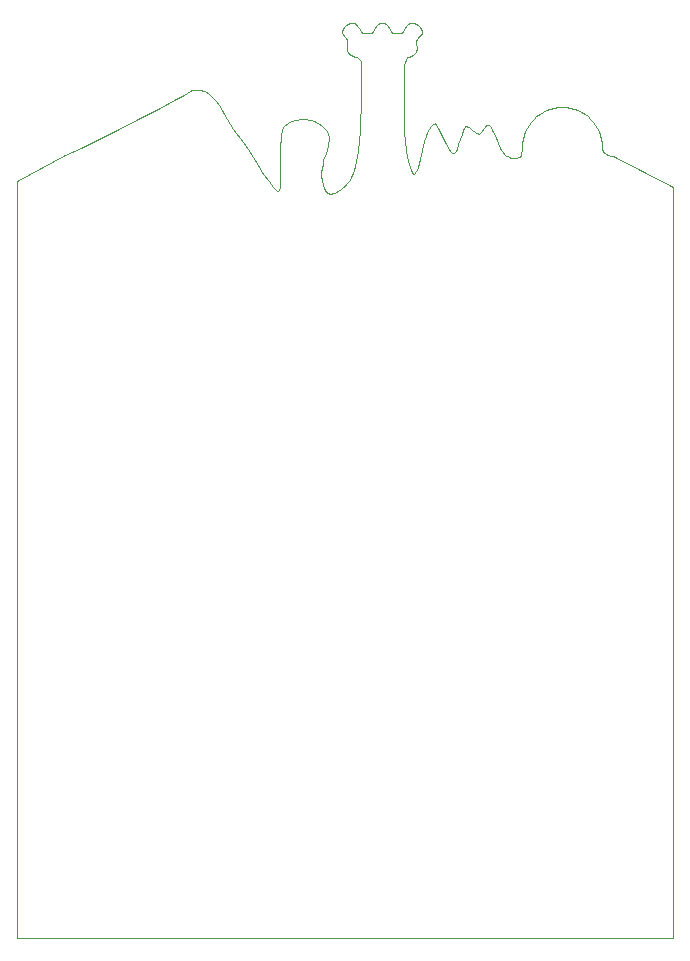
<source format=gm1>
%TF.GenerationSoftware,KiCad,Pcbnew,5.1.8-5.1.8*%
%TF.CreationDate,2022-04-18T21:07:45+02:00*%
%TF.ProjectId,usb_binary_clk,7573625f-6269-46e6-9172-795f636c6b2e,rev?*%
%TF.SameCoordinates,Original*%
%TF.FileFunction,Profile,NP*%
%FSLAX46Y46*%
G04 Gerber Fmt 4.6, Leading zero omitted, Abs format (unit mm)*
G04 Created by KiCad (PCBNEW 5.1.8-5.1.8) date 2022-04-18 21:07:45*
%MOMM*%
%LPD*%
G01*
G04 APERTURE LIST*
%TA.AperFunction,Profile*%
%ADD10C,0.100000*%
%TD*%
G04 APERTURE END LIST*
D10*
X171497617Y-34606418D02*
X171823817Y-34522538D01*
X175896017Y-37509198D02*
X175913617Y-37857198D01*
X175502717Y-36234698D02*
X175646117Y-36532298D01*
X175136317Y-35692048D02*
X175332317Y-35954098D01*
X174916617Y-35450328D02*
X175136317Y-35692048D01*
X170887317Y-34864208D02*
X171184917Y-34720868D01*
X172857817Y-34470958D02*
X173195817Y-34522538D01*
X170606717Y-35034698D02*
X170887317Y-34864208D01*
X175913617Y-37857198D02*
X175913117Y-37943698D01*
X174412917Y-35034698D02*
X174674917Y-35230648D01*
X175646117Y-36532298D02*
X175760517Y-36844998D01*
X173834717Y-34720868D02*
X174132217Y-34864208D01*
X173522017Y-34606418D02*
X173834717Y-34720868D01*
X172161817Y-34470958D02*
X172509817Y-34453388D01*
X175844417Y-37171198D02*
X175896017Y-37509198D01*
X175760517Y-36844998D02*
X175844417Y-37171198D01*
X173195817Y-34522538D02*
X173522017Y-34606418D01*
X171184917Y-34720868D02*
X171497617Y-34606418D01*
X175332317Y-35954098D02*
X175502717Y-36234698D01*
X172509817Y-34453388D02*
X172857817Y-34470958D01*
X174674917Y-35230648D02*
X174916617Y-35450328D01*
X174132217Y-34864208D02*
X174412917Y-35034698D01*
X171823817Y-34522538D02*
X172161817Y-34470958D01*
X164266217Y-36136898D02*
X164325617Y-36074798D01*
X163727617Y-37623198D02*
X163869617Y-37187198D01*
X164007917Y-36755898D02*
X164140817Y-36386598D01*
X162672517Y-37584698D02*
X162914317Y-37990598D01*
X163129917Y-38276998D02*
X163221617Y-38356798D01*
X163584017Y-38006298D02*
X163727617Y-37623198D01*
X164204617Y-36243198D02*
X164266217Y-36136898D01*
X163512117Y-38160198D02*
X163584017Y-38006298D01*
X161482017Y-35986798D02*
X161574117Y-35920198D01*
X163299317Y-38384398D02*
X163369517Y-38356398D01*
X163026617Y-38152498D02*
X163129917Y-38276998D01*
X161774117Y-35854348D02*
X161845517Y-35961498D01*
X162424717Y-37119198D02*
X162672517Y-37584698D01*
X161991117Y-36247798D02*
X162424717Y-37119198D01*
X161671417Y-35875538D02*
X161774117Y-35854348D01*
X163869617Y-37187198D02*
X164007917Y-36755898D01*
X163440617Y-38279198D02*
X163512117Y-38160198D01*
X161574117Y-35920198D02*
X161671417Y-35875538D01*
X164140817Y-36386598D02*
X164204617Y-36243198D01*
X161845517Y-35961498D02*
X161991117Y-36247798D01*
X163369517Y-38356398D02*
X163440617Y-38279198D01*
X162914317Y-37990598D02*
X163026617Y-38152498D01*
X163221617Y-38356798D02*
X163299317Y-38384398D01*
X142253216Y-33128328D02*
X142404516Y-33205068D01*
X145525916Y-37411998D02*
X145927716Y-38049898D01*
X143205216Y-33963468D02*
X143444916Y-34304548D01*
X142689616Y-33405318D02*
X142955016Y-33660918D01*
X145927716Y-38049898D02*
X146750316Y-39372998D01*
X141386316Y-33020478D02*
X141576316Y-33001768D01*
X142549816Y-33297748D02*
X142689616Y-33405318D01*
X143444916Y-34304548D02*
X143678616Y-34675768D01*
X147674616Y-40748398D02*
X148075416Y-41258098D01*
X143910816Y-35068718D02*
X144388716Y-35886178D01*
X147219716Y-40093698D02*
X147674616Y-40748398D01*
X141930216Y-33026868D02*
X142095316Y-33068578D01*
X141576316Y-33001768D02*
X141757416Y-33004248D01*
X144915016Y-36689698D02*
X145207616Y-37065198D01*
X144643516Y-36293898D02*
X144915016Y-36689698D01*
X146750316Y-39372998D02*
X147219716Y-40093698D01*
X144388716Y-35886178D02*
X144643516Y-36293898D01*
X145207616Y-37065198D02*
X145525916Y-37411998D01*
X142095316Y-33068578D02*
X142253216Y-33128328D01*
X142955016Y-33660918D02*
X143205216Y-33963468D01*
X143678616Y-34675768D02*
X143910816Y-35068718D01*
X142404516Y-33205068D02*
X142549816Y-33297748D01*
X141757416Y-33004248D02*
X141930216Y-33026868D01*
X155441616Y-35458598D02*
X155479216Y-34526488D01*
X153935516Y-27847918D02*
X154013416Y-27704468D01*
X154410616Y-29837308D02*
X154332716Y-29693708D01*
X154294616Y-28758738D02*
X154231716Y-28649838D01*
X154335616Y-28996568D02*
X154329116Y-28869138D01*
X155487916Y-30969688D02*
X155475516Y-30557248D01*
X155383716Y-36402398D02*
X155441616Y-35458598D01*
X155051216Y-39038598D02*
X155192116Y-38218898D01*
X154266516Y-29364708D02*
X154314616Y-29156578D01*
X155111216Y-30210318D02*
X154940916Y-30193048D01*
X155505716Y-32065548D02*
X155487916Y-30969688D01*
X156930316Y-27463808D02*
X157089016Y-27368148D01*
X156786616Y-27599098D02*
X156930316Y-27463808D01*
X154116616Y-27579468D02*
X154241616Y-27476328D01*
X156661516Y-27754198D02*
X156786616Y-27599098D01*
X155311616Y-27754198D02*
X155492916Y-28044628D01*
X154283616Y-29535038D02*
X154266516Y-29364708D01*
X154329116Y-28869138D02*
X154294616Y-28758738D01*
X156480216Y-28044628D02*
X156661516Y-27754198D01*
X154385016Y-27398418D02*
X154543516Y-27349148D01*
X156413716Y-28176648D02*
X156480216Y-28044628D01*
X155559416Y-28176648D02*
X156413716Y-28176648D01*
X155499916Y-33632588D02*
X155505716Y-32065548D01*
X154638816Y-30065718D02*
X154513716Y-29962448D01*
X154940916Y-30193048D02*
X154782316Y-30143718D01*
X155042816Y-27463808D02*
X155186416Y-27599098D01*
X155301716Y-37331298D02*
X155383716Y-36402398D01*
X154713716Y-27331908D02*
X154800216Y-27341358D01*
X154231716Y-28649838D02*
X154140116Y-28526878D01*
X155192116Y-38218898D02*
X155301716Y-37331298D01*
X155492916Y-28044628D02*
X155559416Y-28176648D01*
X155186416Y-27599098D02*
X155311616Y-27754198D01*
X154800216Y-27341358D02*
X154884116Y-27368148D01*
X154884116Y-27368148D02*
X155042816Y-27463808D01*
X154241616Y-27476328D02*
X154385016Y-27398418D01*
X155475516Y-30557248D02*
X155111216Y-30210318D01*
X153886216Y-28006448D02*
X153935516Y-27847918D01*
X154513716Y-29962448D02*
X154410616Y-29837308D01*
X153869016Y-28176648D02*
X153886216Y-28006448D01*
X154013416Y-27704468D02*
X154116616Y-27579468D01*
X154140116Y-28526878D02*
X153869016Y-28176648D01*
X154314616Y-29156578D02*
X154335616Y-28996568D01*
X155479216Y-34526488D02*
X155499916Y-33632588D01*
X154332716Y-29693708D02*
X154283616Y-29535038D01*
X154543516Y-27349148D02*
X154713716Y-27331908D01*
X154782316Y-30143718D02*
X154638816Y-30065718D01*
X159941117Y-40118098D02*
X159995017Y-40100198D01*
X159694816Y-39765298D02*
X159785617Y-39954998D01*
X159407616Y-38717198D02*
X159536716Y-39293998D01*
X159304916Y-38055298D02*
X159407616Y-38717198D01*
X160281417Y-39551798D02*
X160456217Y-38885698D01*
X161090517Y-36590398D02*
X161234417Y-36301298D01*
X160456217Y-38885698D02*
X160638117Y-38100698D01*
X161394917Y-36073498D02*
X161482017Y-35986798D01*
X160096517Y-39994898D02*
X160191217Y-39807698D01*
X159611916Y-39544098D02*
X159694816Y-39765298D01*
X159536716Y-39293998D02*
X159611916Y-39544098D01*
X159225816Y-37328798D02*
X159304916Y-38055298D01*
X159128116Y-35764008D02*
X159167816Y-36558298D01*
X159884717Y-40110698D02*
X159941117Y-40118098D01*
X160961017Y-36927898D02*
X161090517Y-36590398D01*
X160046817Y-40058598D02*
X160096517Y-39994898D01*
X159785617Y-39954998D02*
X159884717Y-40110698D01*
X160191217Y-39807698D02*
X160281417Y-39551798D01*
X160638117Y-38100698D02*
X160843817Y-37300798D01*
X159995017Y-40100198D02*
X160046817Y-40058598D01*
X160843817Y-37300798D02*
X160961017Y-36927898D01*
X159167816Y-36558298D02*
X159225816Y-37328798D01*
X161234417Y-36301298D02*
X161394917Y-36073498D01*
X166330417Y-36014598D02*
X166459917Y-36173098D01*
X164873217Y-36364198D02*
X165105117Y-36547498D01*
X166265317Y-35965198D02*
X166330417Y-36014598D01*
X166140917Y-35959098D02*
X166202217Y-35948098D01*
X165733617Y-36460798D02*
X165849117Y-36284598D01*
X166202217Y-35948098D02*
X166265317Y-35965198D01*
X165228017Y-36629998D02*
X165359417Y-36699598D01*
X165849117Y-36284598D02*
X165964017Y-36117498D01*
X165554017Y-36666798D02*
X165615217Y-36611598D01*
X165105117Y-36547498D02*
X165228017Y-36629998D01*
X164515817Y-36118298D02*
X164640117Y-36189698D01*
X165491317Y-36702698D02*
X165554017Y-36666798D01*
X164382317Y-36064198D02*
X164515817Y-36118298D01*
X165359417Y-36699598D02*
X165426517Y-36715098D01*
X164640117Y-36189698D02*
X164873217Y-36364198D01*
X165964017Y-36117498D02*
X166080917Y-35993898D01*
X165615217Y-36611598D02*
X165733617Y-36460798D01*
X166702217Y-36606498D02*
X166816117Y-36861598D01*
X166583717Y-36373698D02*
X166702217Y-36606498D01*
X164325617Y-36074798D02*
X164382317Y-36064198D01*
X166080917Y-35993898D02*
X166140917Y-35959098D01*
X166459917Y-36173098D02*
X166583717Y-36373698D01*
X165426517Y-36715098D02*
X165491317Y-36702698D01*
X152587916Y-36506798D02*
X152692716Y-36741398D01*
X154773316Y-40082798D02*
X154875416Y-39763898D01*
X152123816Y-39937398D02*
X152117916Y-40290498D01*
X150092116Y-35527268D02*
X150329016Y-35500808D01*
X153396316Y-41647998D02*
X153531416Y-41563598D01*
X153113416Y-41768398D02*
X153256216Y-41718398D01*
X152692716Y-41735098D02*
X152829316Y-41782998D01*
X154875416Y-39763898D02*
X154967916Y-39414698D01*
X154538316Y-40616698D02*
X154661116Y-40368198D01*
X150806516Y-35510598D02*
X151042416Y-35545408D01*
X152271516Y-36127698D02*
X152423316Y-36280298D01*
X154404616Y-40824998D02*
X154538316Y-40616698D01*
X153973416Y-41208898D02*
X154102416Y-41107798D01*
X152726016Y-37497198D02*
X152669416Y-37767198D01*
X152153416Y-40655098D02*
X152238016Y-41031498D01*
X152100616Y-35989798D02*
X152271516Y-36127698D01*
X153776816Y-41377298D02*
X153973416Y-41208898D01*
X153256216Y-41718398D02*
X153396316Y-41647998D01*
X152970316Y-41791998D02*
X153113416Y-41768398D01*
X152333216Y-41296598D02*
X152442316Y-41498098D01*
X152163316Y-39595598D02*
X152123816Y-39937398D01*
X152117916Y-40290498D02*
X152153416Y-40655098D01*
X151042416Y-35545408D02*
X151273416Y-35599208D01*
X152311816Y-38944798D02*
X152228516Y-39264798D01*
X152501316Y-38335998D02*
X152311816Y-38944798D01*
X151497116Y-35671258D02*
X151711116Y-35760868D01*
X151711116Y-35760868D02*
X151913016Y-35867288D01*
X152745416Y-36984498D02*
X152753916Y-37236398D01*
X153531416Y-41563598D02*
X153776816Y-41377298D01*
X151273416Y-35599208D02*
X151497116Y-35671258D01*
X151913016Y-35867288D02*
X152100616Y-35989798D01*
X152562916Y-41642198D02*
X152692716Y-41735098D01*
X150329016Y-35500808D02*
X150567916Y-35495498D01*
X152442316Y-41498098D02*
X152562916Y-41642198D01*
X152669416Y-37767198D02*
X152501316Y-38335998D01*
X152423316Y-36280298D02*
X152587916Y-36506798D01*
X154967916Y-39414698D02*
X155051216Y-39038598D01*
X154259416Y-40989798D02*
X154404616Y-40824998D01*
X154102416Y-41107798D02*
X154259416Y-40989798D01*
X152753916Y-37236398D02*
X152726016Y-37497198D01*
X150567916Y-35495498D02*
X150806516Y-35510598D01*
X152829316Y-41782998D02*
X152970316Y-41791998D01*
X152238016Y-41031498D02*
X152333216Y-41296598D01*
X154661116Y-40368198D02*
X154773316Y-40082798D01*
X152228516Y-39264798D02*
X152163316Y-39595598D01*
X152692716Y-36741398D02*
X152745416Y-36984498D01*
X148687516Y-37199198D02*
X148731416Y-36789998D01*
X148662616Y-37656298D02*
X148687516Y-37199198D01*
X148652416Y-38146498D02*
X148662616Y-37656298D01*
X148618516Y-41233998D02*
X148650216Y-40935298D01*
X148242916Y-41433798D02*
X148382016Y-41543598D01*
X148669016Y-40135198D02*
X148657916Y-39165398D01*
X148531016Y-41512898D02*
X148566316Y-41444998D01*
X148650216Y-40935298D02*
X148669016Y-40135198D01*
X149634116Y-35646478D02*
X149859716Y-35575588D01*
X149021116Y-36001898D02*
X149212416Y-35858898D01*
X148439416Y-41564098D02*
X148488916Y-41553198D01*
X148566316Y-41444998D02*
X148618516Y-41233998D01*
X149859716Y-35575588D02*
X150092116Y-35527268D01*
X149417516Y-35740678D02*
X149634116Y-35646478D01*
X148488916Y-41553198D02*
X148531016Y-41512898D01*
X148953116Y-36076498D02*
X149021116Y-36001898D01*
X148657916Y-39165398D02*
X148652416Y-38146498D01*
X149212416Y-35858898D02*
X149417516Y-35740678D01*
X148893816Y-36176298D02*
X148953116Y-36076498D01*
X148798716Y-36444098D02*
X148893816Y-36176298D01*
X148382016Y-41543598D02*
X148439416Y-41564098D01*
X148731416Y-36789998D02*
X148798716Y-36444098D01*
X148075416Y-41258098D02*
X148242916Y-41433798D01*
X159974417Y-27348998D02*
X160133017Y-27398168D01*
X159717717Y-27341438D02*
X159804017Y-27331908D01*
X160229017Y-28710178D02*
X160171717Y-28833908D01*
X160276617Y-27476018D02*
X160401817Y-27579158D01*
X158959316Y-28176648D02*
X159025716Y-28044698D01*
X157345716Y-27341438D02*
X157429516Y-27368278D01*
X157731616Y-27599308D02*
X157856616Y-27754378D01*
X160401817Y-27579158D02*
X160505017Y-27704188D01*
X160649617Y-28176648D02*
X160533117Y-28338658D01*
X160632417Y-28006328D02*
X160649617Y-28176648D01*
X160583017Y-27847708D02*
X160632417Y-28006328D01*
X157259316Y-27331908D02*
X157345716Y-27341438D01*
X159025716Y-28044698D02*
X159206816Y-27754378D01*
X157089016Y-27368148D02*
X157172916Y-27341358D01*
X158104116Y-28176648D02*
X158959316Y-28176648D01*
X160133017Y-27398168D02*
X160276617Y-27476018D01*
X160174617Y-29149758D02*
X160252217Y-29364708D01*
X160533117Y-28338658D02*
X160418417Y-28473968D01*
X159633816Y-27368278D02*
X159717717Y-27341438D01*
X159149916Y-30924688D02*
X159149916Y-30924688D01*
X159407416Y-30210318D02*
X159149916Y-30924688D01*
X160171717Y-28833908D02*
X160150717Y-28976638D01*
X159206816Y-27754378D02*
X159331816Y-27599308D01*
X159577816Y-30193048D02*
X159407416Y-30210318D01*
X159736417Y-30143718D02*
X159577816Y-30193048D01*
X160314117Y-28593998D02*
X160229017Y-28710178D01*
X157429516Y-27368278D02*
X157588116Y-27464008D01*
X157856616Y-27754378D02*
X158037716Y-28044698D01*
X159804017Y-27331908D02*
X159974417Y-27348998D01*
X159879917Y-30065718D02*
X159736417Y-30143718D01*
X160004917Y-29962448D02*
X159879917Y-30065718D01*
X157588116Y-27464008D02*
X157731616Y-27599308D01*
X158037716Y-28044698D02*
X158104116Y-28176648D01*
X160418417Y-28473968D02*
X160314117Y-28593998D01*
X160108117Y-29837308D02*
X160004917Y-29962448D01*
X157172916Y-27341358D02*
X157259316Y-27331908D01*
X159331816Y-27599308D02*
X159475316Y-27464008D01*
X160185917Y-29693708D02*
X160108117Y-29837308D01*
X160150717Y-28976638D02*
X160174617Y-29149758D01*
X159475316Y-27464008D02*
X159633816Y-27368278D01*
X160235117Y-29535038D02*
X160185917Y-29693708D01*
X160252217Y-29364708D02*
X160235117Y-29535038D01*
X160505017Y-27704188D02*
X160583017Y-27847708D01*
X131761886Y-37894798D02*
X134830736Y-36390398D01*
X176786917Y-38640898D02*
X181931117Y-41212998D01*
X130447096Y-38527398D02*
X131761886Y-37894798D01*
X181931117Y-41212998D02*
X181879517Y-104775000D01*
X175922717Y-38034998D02*
X175947917Y-38143598D01*
X176786917Y-38640898D02*
X176786917Y-38640898D01*
X139850016Y-33789488D02*
X140471716Y-33434138D01*
X126365000Y-40691398D02*
X130447096Y-38527398D01*
X138340316Y-34604038D02*
X139850016Y-33789488D01*
X181879517Y-104775000D02*
X126365000Y-104775000D01*
X175913117Y-37943698D02*
X175922717Y-38034998D01*
X140977316Y-33125688D02*
X141186816Y-33061438D01*
X134830736Y-36390398D02*
X136612516Y-35495578D01*
X176667317Y-38599998D02*
X176786917Y-38640898D01*
X176113417Y-38331598D02*
X176249217Y-38415798D01*
X176007417Y-38239998D02*
X176113417Y-38331598D01*
X175947917Y-38143598D02*
X176007417Y-38239998D01*
X141186816Y-33061438D02*
X141386316Y-33020478D01*
X140471716Y-33434138D02*
X140977316Y-33125688D01*
X136612516Y-35495578D02*
X138340316Y-34604038D01*
X176249217Y-38415798D02*
X176398017Y-38490298D01*
X176398017Y-38490298D02*
X176667317Y-38599998D01*
X126365000Y-104775000D02*
X126365000Y-40691398D01*
X169516817Y-36234698D02*
X169687317Y-35954098D01*
X169175117Y-37171198D02*
X169259017Y-36844998D01*
X167901417Y-38648698D02*
X168054617Y-38706098D01*
X168860417Y-38707698D02*
X169070717Y-38640898D01*
X167344117Y-38127098D02*
X167469117Y-38308398D01*
X167605717Y-38453398D02*
X167750817Y-38565698D01*
X169687317Y-35954098D02*
X169883317Y-35692048D01*
X170102917Y-35450328D02*
X170344717Y-35230648D01*
X169883317Y-35692048D02*
X170102917Y-35450328D01*
X167469117Y-38308398D02*
X167605717Y-38453398D01*
X166816117Y-36861598D02*
X167233517Y-37905998D01*
X169373517Y-36532298D02*
X169516817Y-36234698D01*
X169259017Y-36844998D02*
X169373517Y-36532298D01*
X167750817Y-38565698D02*
X167901417Y-38648698D01*
X168356817Y-38757798D02*
X168633317Y-38748898D01*
X170344717Y-35230648D02*
X170606717Y-35034698D01*
X169123617Y-37509198D02*
X169175117Y-37171198D01*
X169070717Y-38640898D02*
X169106017Y-37857198D01*
X169106017Y-37857198D02*
X169123617Y-37509198D01*
X168054617Y-38706098D02*
X168207417Y-38741198D01*
X168207417Y-38741198D02*
X168356817Y-38757798D01*
X168633317Y-38748898D02*
X168860417Y-38707698D01*
X167233517Y-37905998D02*
X167344117Y-38127098D01*
X159103916Y-34966508D02*
X159128116Y-35764008D01*
X159091716Y-33443648D02*
X159103916Y-34966508D01*
X159109716Y-32153308D02*
X159091716Y-33443648D01*
X159149916Y-30924688D02*
X159109716Y-32153308D01*
M02*

</source>
